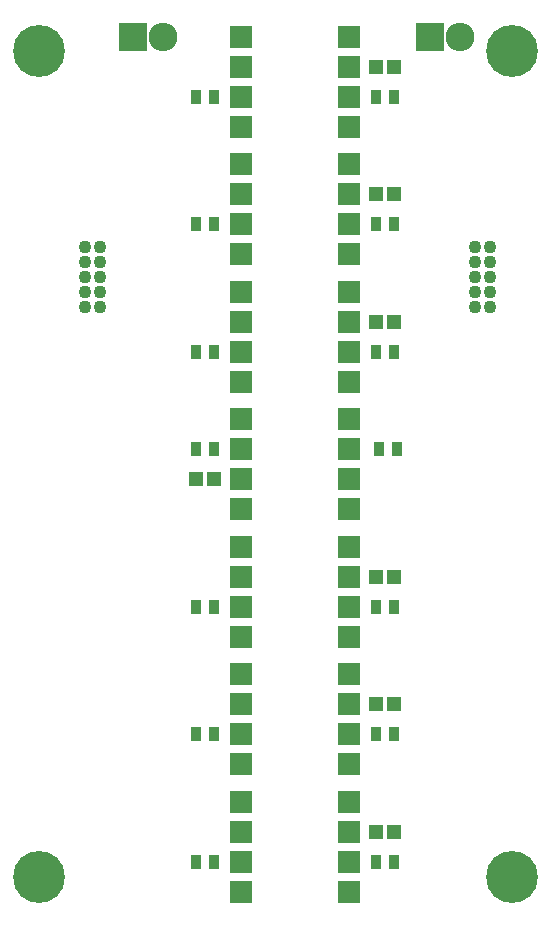
<source format=gbr>
G04 #@! TF.FileFunction,Soldermask,Top*
%FSLAX46Y46*%
G04 Gerber Fmt 4.6, Leading zero omitted, Abs format (unit mm)*
G04 Created by KiCad (PCBNEW (2015-12-07 BZR 6352)-product) date Fri 09 Sep 2016 08:12:53 PM EDT*
%MOMM*%
G01*
G04 APERTURE LIST*
%ADD10C,0.100000*%
%ADD11C,1.100000*%
%ADD12R,1.200000X1.150000*%
%ADD13R,2.432000X2.432000*%
%ADD14O,2.432000X2.432000*%
%ADD15R,0.900000X1.300000*%
%ADD16R,1.900000X1.924000*%
%ADD17C,4.400000*%
G04 APERTURE END LIST*
D10*
D11*
X8890000Y58420000D03*
X10160000Y58420000D03*
X8890000Y57150000D03*
X10160000Y57150000D03*
X8890000Y55880000D03*
X10160000Y55880000D03*
X8890000Y54610000D03*
X10160000Y54610000D03*
X8890000Y53340000D03*
X10160000Y53340000D03*
D12*
X19800000Y38735000D03*
X18300000Y38735000D03*
X33540000Y52070000D03*
X35040000Y52070000D03*
X33540000Y73660000D03*
X35040000Y73660000D03*
X33540000Y19685000D03*
X35040000Y19685000D03*
X33540000Y62865000D03*
X35040000Y62865000D03*
X33540000Y8890000D03*
X35040000Y8890000D03*
X33540000Y30480000D03*
X35040000Y30480000D03*
D13*
X12954000Y76200000D03*
D14*
X15494000Y76200000D03*
D13*
X38100000Y76200000D03*
D14*
X40640000Y76200000D03*
D15*
X19800000Y71120000D03*
X18300000Y71120000D03*
X19800000Y60325000D03*
X18300000Y60325000D03*
X19800000Y49530000D03*
X18300000Y49530000D03*
X33760000Y41275000D03*
X35260000Y41275000D03*
X35040000Y71120000D03*
X33540000Y71120000D03*
X35040000Y60325000D03*
X33540000Y60325000D03*
X35040000Y49530000D03*
X33540000Y49530000D03*
X18300000Y41275000D03*
X19800000Y41275000D03*
X19800000Y27940000D03*
X18300000Y27940000D03*
X19800000Y17145000D03*
X18300000Y17145000D03*
X19800000Y6350000D03*
X18300000Y6350000D03*
X35040000Y27940000D03*
X33540000Y27940000D03*
X35040000Y17145000D03*
X33540000Y17145000D03*
X35040000Y6350000D03*
X33540000Y6350000D03*
D16*
X22090000Y76200000D03*
X22090000Y73660000D03*
X22090000Y71120000D03*
X22090000Y68580000D03*
X31250000Y68580000D03*
X31250000Y71120000D03*
X31250000Y73660000D03*
X31250000Y76200000D03*
X22090000Y65405000D03*
X22090000Y62865000D03*
X22090000Y60325000D03*
X22090000Y57785000D03*
X31250000Y57785000D03*
X31250000Y60325000D03*
X31250000Y62865000D03*
X31250000Y65405000D03*
X22090000Y54610000D03*
X22090000Y52070000D03*
X22090000Y49530000D03*
X22090000Y46990000D03*
X31250000Y46990000D03*
X31250000Y49530000D03*
X31250000Y52070000D03*
X31250000Y54610000D03*
X31250000Y36195000D03*
X31250000Y38735000D03*
X31250000Y41275000D03*
X31250000Y43815000D03*
X22090000Y43815000D03*
X22090000Y41275000D03*
X22090000Y38735000D03*
X22090000Y36195000D03*
X22090000Y33020000D03*
X22090000Y30480000D03*
X22090000Y27940000D03*
X22090000Y25400000D03*
X31250000Y25400000D03*
X31250000Y27940000D03*
X31250000Y30480000D03*
X31250000Y33020000D03*
X22090000Y22225000D03*
X22090000Y19685000D03*
X22090000Y17145000D03*
X22090000Y14605000D03*
X31250000Y14605000D03*
X31250000Y17145000D03*
X31250000Y19685000D03*
X31250000Y22225000D03*
X22090000Y11430000D03*
X22090000Y8890000D03*
X22090000Y6350000D03*
X22090000Y3810000D03*
X31250000Y3810000D03*
X31250000Y6350000D03*
X31250000Y8890000D03*
X31250000Y11430000D03*
D11*
X41910000Y58420000D03*
X43180000Y58420000D03*
X41910000Y57150000D03*
X43180000Y57150000D03*
X41910000Y55880000D03*
X43180000Y55880000D03*
X41910000Y54610000D03*
X43180000Y54610000D03*
X41910000Y53340000D03*
X43180000Y53340000D03*
D17*
X45000000Y5080000D03*
X5000000Y5080000D03*
X5000000Y75000000D03*
X45000000Y75000000D03*
M02*

</source>
